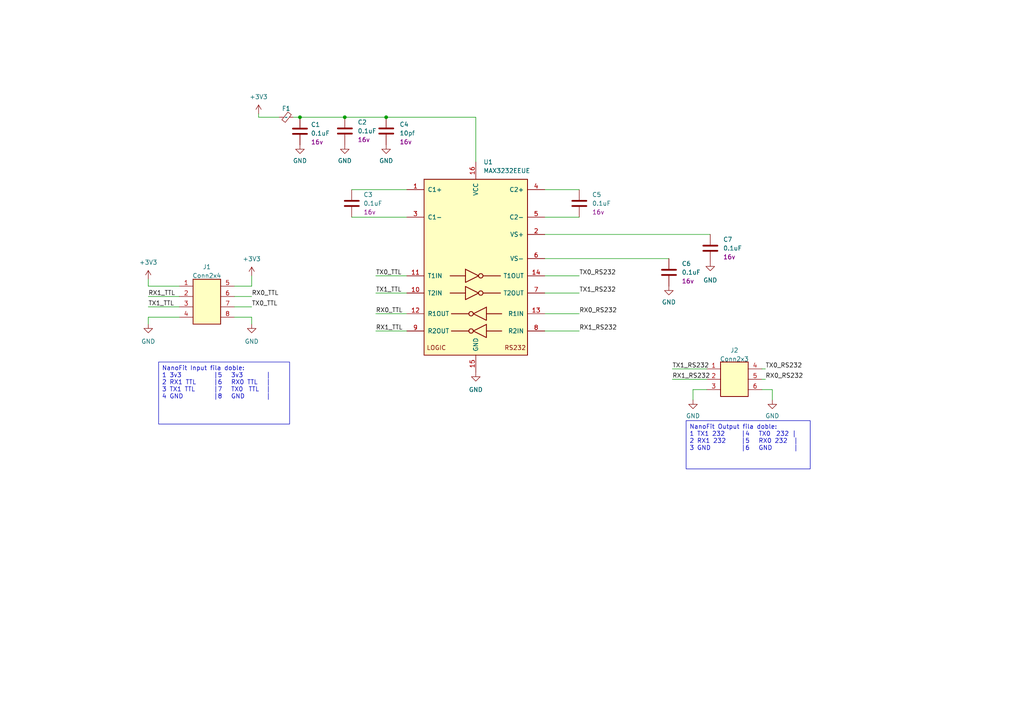
<source format=kicad_sch>
(kicad_sch (version 20230121) (generator eeschema)
  (paper "A4")
  (lib_symbols
    (symbol "Herranz - Capacitor (0402):Gen_C" (pin_numbers hide) (pin_names (offset 0) hide)
      (property "Reference" "C" (at 4 -7 0))
      (property "Value" "Gen_C" (at 6 -5 0))
      (property "Voltage" "Voltage" (at 7 -9 0))
      (symbol "Gen_C_0_1"
        (polyline (pts (xy -2 -6.75) (xy 2.064 -6.75)) (stroke (width 0.508)))
        (polyline (pts (xy -2 -5.25) (xy 2.064 -5.25)) (stroke (width 0.508)))
      )
      (symbol "Gen_C_1_1"
        (pin passive line (at 0 -2 270) (length 3) (name "~") (number "1"))
        (pin passive line (at 0 -10 90) (length 3) (name "~") (number "2"))
      )
    )
    (symbol "Herranz - Capacitor (0805):Gen_C" (pin_numbers hide) (pin_names (offset 0) hide)
      (property "Reference" "C" (at 4 -4 0))
      (property "Value" "Gen_C" (at 6 -2 0))
      (property "Voltage" "Voltage" (at 7 -6 0))
      (symbol "Gen_C_0_1"
        (polyline (pts (xy -2.032 -4.826) (xy 2.032 -4.826)) (stroke (width 0.508)))
        (polyline (pts (xy -2.032 -3.302) (xy 2.032 -3.302)) (stroke (width 0.508)))
      )
      (symbol "Gen_C_1_1"
        (pin passive line (at 0 0 270) (length 3) (name "~") (number "1"))
        (pin passive line (at 0 -8 90) (length 3) (name "~") (number "2"))
      )
    )
    (symbol "Herranz - Conn Molex:Conn2x3" (pin_names hide)
      (property "Reference" "J" (at 0 0 0))
      (property "Value" "Conn2x3" (at 0 0 0))
      (symbol "Conn2x3_1_1"
        (rectangle (start -4 -1) (end 4 -11) (stroke (width 0.254)) (fill (type background)))
        (pin passive line (at -8 -3 0) (length 4) (name "Pin_1") (number "1"))
        (pin passive line (at -8 -6 0) (length 4) (name "Pin_2") (number "2"))
        (pin passive line (at -8 -9 0) (length 4) (name "Pin_3") (number "3"))
        (pin passive line (at 8 -3 180) (length 4) (name "Pin_4") (number "4"))
        (pin passive line (at 8 -6 180) (length 4) (name "Pin_5") (number "5"))
        (pin passive line (at 8 -9 180) (length 4) (name "Pin_6") (number "6"))
      )
    )
    (symbol "Herranz - Conn Molex:Conn2x4" (pin_names hide)
      (property "Reference" "J" (at 0 0 0))
      (property "Value" "Conn2x4" (at 0 0 0))
      (symbol "Conn2x4_1_1"
        (rectangle (start -4 -1) (end 4 -14) (stroke (width 0.254)) (fill (type background)))
        (pin passive line (at -8 -3 0) (length 4) (name "Pin_1") (number "1"))
        (pin passive line (at -8 -6 0) (length 4) (name "Pin_2") (number "2"))
        (pin passive line (at -8 -9 0) (length 4) (name "Pin_3") (number "3"))
        (pin passive line (at -8 -12 0) (length 4) (name "Pin_4") (number "4"))
        (pin passive line (at 8 -3 180) (length 4) (name "Pin_5") (number "5"))
        (pin passive line (at 8 -6 180) (length 4) (name "Pin_6") (number "6"))
        (pin passive line (at 8 -9 180) (length 4) (name "Pin_7") (number "7"))
        (pin passive line (at 8 -12 180) (length 4) (name "Pin_8") (number "8"))
      )
    )
    (symbol "Herranz - Ferrite:Gen_F" (pin_numbers hide) (pin_names (offset 0) hide)
      (property "Reference" "F" (at 0 3 0))
      (symbol "Gen_F_0_1"
        (polyline (pts (xy -1.5 0) (xy -0.75 0)))
        (polyline (pts (xy 0.5 1.5) (xy 1.5 0.75) (xy -0.25 -1.5) (xy -1.25 -0.75) (xy 0.5 1.5)))
      )
      (symbol "Gen_F_1_1"
        (pin passive line (at -2 0 0) (length 1) (name "1") (number "1"))
        (pin passive line (at 2 0 180) (length 1) (name "2") (number "2"))
      )
    )
    (symbol "Herranz - ICs:MAX3232EEUE" (pin_names (offset 1.016))
      (property "Reference" "U" (at -11 29 0))
      (property "Value" "MAX3232EEUE" (at -4 27 0))
      (symbol "MAX3232EEUE_0_0"
        (text "LOGIC" (at -11.43 -22.86 0) (effects (font (size 1.27 1.27))))
        (text "RS232" (at 11.43 -22.86 0) (effects (font (size 1.27 1.27))))
      )
      (symbol "MAX3232EEUE_0_1"
        (rectangle (start -15 26) (end 15 -25) (stroke (width 0.254)) (fill (type background)))
        (circle (center -1.365 -18) (radius 0.635) (stroke (width 0.254)))
        (circle (center -1.365 -13) (radius 0.635) (stroke (width 0.254)))
        (polyline (pts (xy -3 -7) (xy -7.445 -7)) (stroke (width 0.254)))
        (polyline (pts (xy -3 -2) (xy -7.445 -2)) (stroke (width 0.254)))
        (polyline (pts (xy -2 -18) (xy -7.08 -18)) (stroke (width 0.254)))
        (polyline (pts (xy -2 -13) (xy -7.08 -13)) (stroke (width 0.254)))
        (polyline (pts (xy 2.08 -7) (xy 7.16 -7)) (stroke (width 0.254)))
        (polyline (pts (xy 2.08 -2) (xy 7.16 -2)) (stroke (width 0.254)))
        (polyline (pts (xy 3.08 -18) (xy 7.525 -18)) (stroke (width 0.254)))
        (polyline (pts (xy 3.08 -13) (xy 7.525 -13)) (stroke (width 0.254)))
        (polyline (pts (xy -3 -5.095) (xy -3 -8.905) (xy 0.81 -7) (xy -3 -5.095)) (stroke (width 0.254)))
        (polyline (pts (xy -3 -0.095) (xy -3 -3.905) (xy 0.81 -2) (xy -3 -0.095)) (stroke (width 0.254)))
        (polyline (pts (xy 3.08 -16.095) (xy 3.08 -19.905) (xy -0.73 -18) (xy 3.08 -16.095)) (stroke (width 0.254)))
        (polyline (pts (xy 3.08 -11.095) (xy 3.08 -14.905) (xy -0.73 -13) (xy 3.08 -11.095)) (stroke (width 0.254)))
        (circle (center 1.445 -7) (radius 0.635) (stroke (width 0.254)))
        (circle (center 1.445 -2) (radius 0.635) (stroke (width 0.254)))
      )
      (symbol "MAX3232EEUE_1_1"
        (pin passive line (at -20 23 0) (length 5) (name "C1+") (number "1"))
        (pin passive line (at -20 -7 0) (length 5) (name "T2IN") (number "10"))
        (pin passive line (at -20 -2 0) (length 5) (name "T1IN") (number "11"))
        (pin passive line (at -20 -13 0) (length 5) (name "R1OUT") (number "12"))
        (pin passive line (at 20 -13 180) (length 5) (name "R1IN") (number "13"))
        (pin passive line (at 20 -2 180) (length 5) (name "T1OUT") (number "14"))
        (pin passive line (at 0 -30 90) (length 5) (name "GND") (number "15"))
        (pin passive line (at 0 31 270) (length 5) (name "VCC") (number "16"))
        (pin passive line (at 20 10 180) (length 5) (name "VS+") (number "2"))
        (pin passive line (at -20 15 0) (length 5) (name "C1-") (number "3"))
        (pin passive line (at 20 23 180) (length 5) (name "C2+") (number "4"))
        (pin passive line (at 20 15 180) (length 5) (name "C2-") (number "5"))
        (pin passive line (at 20 3 180) (length 5) (name "VS-") (number "6"))
        (pin passive line (at 20 -7 180) (length 5) (name "T2OUT") (number "7"))
        (pin passive line (at 20 -18 180) (length 5) (name "R2IN") (number "8"))
        (pin passive line (at -20 -18 0) (length 5) (name "R2OUT") (number "9"))
      )
    )
    (symbol "power:+3V3" (power) (pin_names (offset 0))
      (property "Value" "+3V3" (at 0 3.556 0))
      (symbol "+3V3_0_1"
        (polyline (pts (xy -0.762 1.27) (xy 0 2.54)))
        (polyline (pts (xy 0 0) (xy 0 2.54)))
        (polyline (pts (xy 0 2.54) (xy 0.762 1.27)))
      )
      (symbol "+3V3_1_1"
        (pin power_in line (at 0 0 90) (length 0) hide (name "+3V3") (number "1"))
      )
    )
    (symbol "power:GND" (power) (pin_names (offset 0))
      (property "Value" "GND" (at 0 -3.81 0))
      (symbol "GND_0_1"
        (polyline (pts (xy 0 0) (xy 0 -1.27) (xy 1.27 -1.27) (xy 0 -2.54) (xy -1.27 -1.27) (xy 0 -1.27)))
      )
      (symbol "GND_1_1"
        (pin power_in line (at 0 0 270) (length 0) hide (name "GND") (number "1"))
      )
    )
  )
  (junction (at 112 34))
  (junction (at 100 34))
  (junction (at 87 34))
  (wire (pts (xy 158 85) (xy 168 85)))
  (wire (pts (xy 195 110) (xy 205 110)))
  (wire (pts (xy 43 83) (xy 52 83)))
  (wire (pts (xy 102 63) (xy 118 63)))
  (wire (pts (xy 43 86) (xy 52 86)))
  (wire (pts (xy 201 113) (xy 205 113)))
  (wire (pts (xy 43 89) (xy 52 89)))
  (wire (pts (xy 43 81) (xy 43 83)))
  (wire (pts (xy 112 34) (xy 100 34)))
  (wire (pts (xy 112 34) (xy 138 34)))
  (wire (pts (xy 73 92) (xy 68 92)))
  (wire (pts (xy 109 80) (xy 118 80)))
  (wire (pts (xy 85 34) (xy 87 34)))
  (wire (pts (xy 75 34) (xy 81 34)))
  (wire (pts (xy 109 96) (xy 118 96)))
  (wire (pts (xy 75 33) (xy 75 34)))
  (wire (pts (xy 68 86) (xy 73 86)))
  (wire (pts (xy 109 85) (xy 118 85)))
  (wire (pts (xy 73 80) (xy 73 83)))
  (wire (pts (xy 224 116) (xy 224 113)))
  (wire (pts (xy 43 94) (xy 43 92)))
  (wire (pts (xy 158 55) (xy 168 55)))
  (wire (pts (xy 158 96) (xy 168 96)))
  (wire (pts (xy 158 63) (xy 168 63)))
  (wire (pts (xy 158 80) (xy 168 80)))
  (wire (pts (xy 102 55) (xy 118 55)))
  (wire (pts (xy 221 110) (xy 222 110)))
  (wire (pts (xy 43 92) (xy 52 92)))
  (wire (pts (xy 158 68) (xy 206 68)))
  (wire (pts (xy 138 34) (xy 138 47)))
  (wire (pts (xy 73 94) (xy 73 92)))
  (wire (pts (xy 224 113) (xy 221 113)))
  (wire (pts (xy 201 116) (xy 201 113)))
  (wire (pts (xy 68 89) (xy 73 89)))
  (wire (pts (xy 195 107) (xy 205 107)))
  (wire (pts (xy 158 75) (xy 194 75)))
  (wire (pts (xy 158 91) (xy 168 91)))
  (wire (pts (xy 73 83) (xy 68 83)))
  (wire (pts (xy 221 107) (xy 222 107)))
  (wire (pts (xy 109 91) (xy 118 91)))
  (wire (pts (xy 87 34) (xy 100 34)))
  (text_box "NanoFit Output fila doble:\n1 TX1 232	|4	TX0	232 |\n2 RX1 232	|5	RX0 232	|\n3 GND		|6	GND		|\n	  " (at 199 122 0) (size 36 14) (effects (font (size 1.27 1.27)) (justify left top)))
  (text_box "NanoFit Input fila doble:\n1 3v3		|5	3v3		|\n2 RX1 TTL	|6	RX0 TTL	|\n3 TX1 TTL	|7	TX0	TTL	|\n4 GND		|8	GND		|	  " (at 46 105 0) (size 38 18) (effects (font (size 1.27 1.27)) (justify left top)))
  (label "RX1_RS232" (at 168 96 0))
  (label "RX0_TTL" (at 73 86 0))
  (label "TX0_TTL" (at 73 89 0))
  (label "TX1_RS232" (at 168 85 0))
  (label "TX1_TTL" (at 109 85 0))
  (label "RX0_RS232" (at 168 91 0))
  (label "TX0_RS232" (at 168 80 0))
  (label "TX0_TTL" (at 109 80 0))
  (label "RX1_TTL" (at 109 96 0))
  (label "TX1_RS232" (at 195 107 0))
  (label "RX0_TTL" (at 109 91 0))
  (label "RX0_RS232" (at 222 110 0))
  (label "TX0_RS232" (at 222 107 0))
  (label "TX1_TTL" (at 43 89 0))
  (label "RX1_TTL" (at 43 86 0))
  (label "RX1_RS232" (at 195 110 0))
  (symbol (lib_id "power:GND") (at 206 76 0) (unit 1)
    (property "Reference" "#PWR012" (effects hide))
    (property "Value" "GND" (at 206 81.28 0))
  )
  (symbol (lib_id "power:+3V3") (at 75 33 0) (unit 1)
    (property "Reference" "#PWR05" (effects hide))
    (property "Value" "+3V3" (at 75 28.1 0))
  )
  (symbol (lib_id "Herranz - Capacitor (0402):Gen_C") (at 194 73 0) (unit 1)
    (property "Reference" "C6" (at 197.72 76.46 0) (effects (justify left)))
    (property "Value" "0.1uF" (at 197.72 79 0) (effects (justify left)))
    (property "Footprint" "Capacitor_SMD:C_0402_1005Metric" (effects hide))
    (property "Voltage" "16v" (at 197.72 81.54 0) (effects (justify left)))
  )
  (symbol (lib_id "Herranz - Capacitor (0402):Gen_C") (at 168 53 0) (unit 1)
    (property "Reference" "C5" (at 171.72 56.46 0) (effects (justify left)))
    (property "Value" "0.1uF" (at 171.72 59 0) (effects (justify left)))
    (property "Footprint" "Capacitor_SMD:C_0402_1005Metric" (effects hide))
    (property "Voltage" "16v" (at 171.72 61.54 0) (effects (justify left)))
  )
  (symbol (lib_id "power:GND") (at 43 94 0) (unit 1)
    (property "Reference" "#PWR02" (effects hide))
    (property "Value" "GND" (at 43 99.03 0))
  )
  (symbol (lib_id "Herranz - Capacitor (0402):Gen_C") (at 206 66 0) (unit 1)
    (property "Reference" "C7" (at 209.72 69.46 0) (effects (justify left)))
    (property "Value" "0.1uF" (at 209.72 72 0) (effects (justify left)))
    (property "Footprint" "Capacitor_SMD:C_0402_1005Metric" (effects hide))
    (property "Voltage" "16v" (at 209.72 74.54 0) (effects (justify left)))
  )
  (symbol (lib_id "Herranz - Capacitor (0402):Gen_C") (at 112 32 0) (unit 1)
    (property "Reference" "C4" (at 115.87 36.095 0) (effects (justify left)))
    (property "Value" "10pf" (at 115.87 38.635 0) (effects (justify left)))
    (property "Footprint" "Capacitor_SMD:C_0402_1005Metric" (effects hide))
    (property "Voltage" "16v" (at 115.87 41.175 0) (effects (justify left)))
  )
  (symbol (lib_id "power:GND") (at 87 42 0) (unit 1)
    (property "Reference" "#PWR06" (effects hide))
    (property "Value" "GND" (at 87 46.63 0))
  )
  (symbol (lib_id "power:GND") (at 194 83 0) (unit 1)
    (property "Reference" "#PWR010" (effects hide))
    (property "Value" "GND" (at 194 87.63 0))
  )
  (symbol (lib_id "Herranz - Capacitor (0402):Gen_C") (at 102 53 0) (unit 1)
    (property "Reference" "C3" (at 105.41 56.46 0) (effects (justify left)))
    (property "Value" "0.1uF" (at 105.41 59 0) (effects (justify left)))
    (property "Footprint" "Capacitor_SMD:C_0402_1005Metric" (effects hide))
    (property "Voltage" "16v" (at 105.41 61.54 0) (effects (justify left)))
  )
  (symbol (lib_id "power:GND") (at 100 42 0) (unit 1)
    (property "Reference" "#PWR07" (effects hide))
    (property "Value" "GND" (at 100 46.63 0))
  )
  (symbol (lib_id "Herranz - Conn Molex:Conn2x3") (at 213 104 0) (unit 1)
    (property "Reference" "J2" (at 213 101.6 0))
    (property "Value" "Conn2x3" (at 213 104.14 0))
    (property "Footprint" "Herranz - Conn Molex:Molex_Nano-Fit_105314-xx06_2x03_P2.50mm_Horizontal" (effects hide))
    (property "MPN" "1053141106" (effects hide))
  )
  (symbol (lib_id "Herranz - Conn Molex:Conn2x4") (at 60 80 0) (unit 1)
    (property "Reference" "J1" (at 60 77.41 0))
    (property "Value" "Conn2x4" (at 60 79.95 0))
    (property "Footprint" "Herranz - Conn Molex:Molex_Nano-Fit_105314-xx08_2x04_P2.50mm_Horizontal" (effects hide))
  )
  (symbol (lib_id "power:GND") (at 138 108 0) (unit 1)
    (property "Reference" "#PWR09" (effects hide))
    (property "Value" "GND" (at 138 113.03 0))
  )
  (symbol (lib_id "power:+3V3") (at 43 81 0) (unit 1)
    (property "Reference" "#PWR01" (effects hide))
    (property "Value" "+3V3" (at 43 76.1 0))
  )
  (symbol (lib_id "power:GND") (at 224 116 0) (unit 1)
    (property "Reference" "#PWR013" (effects hide))
    (property "Value" "GND" (at 224 120.63 0))
  )
  (symbol (lib_id "Herranz - Capacitor (0805):Gen_C") (at 87 34 0) (unit 1)
    (property "Reference" "C1" (at 90.17 36.135 0) (effects (justify left)))
    (property "Value" "0.1uF" (at 90.17 38.675 0) (effects (justify left)))
    (property "Footprint" "Capacitor_SMD:C_0805_2012Metric" (effects hide))
    (property "Voltage" "16v" (at 90.17 41.215 0) (effects (justify left)))
  )
  (symbol (lib_id "power:GND") (at 201 116 0) (unit 1)
    (property "Reference" "#PWR011" (effects hide))
    (property "Value" "GND" (at 201 120.63 0))
  )
  (symbol (lib_id "power:GND") (at 73 94 0) (unit 1)
    (property "Reference" "#PWR04" (effects hide))
    (property "Value" "GND" (at 73 99.03 0))
  )
  (symbol (lib_id "Herranz - Ferrite:Gen_F") (at 83 34 0) (unit 1)
    (property "Reference" "F1" (at 83 31.48 0))
    (property "Value" "~" (at 83 34 0))
    (property "Footprint" "Inductor_SMD:L_0402_1005Metric_Pad0.77x0.64mm_HandSolder" (effects hide))
  )
  (symbol (lib_id "Herranz - ICs:MAX3232EEUE") (at 138 78 0) (unit 1)
    (property "Reference" "U1" (at 140.1941 46.99 0) (effects (justify left)))
    (property "Value" "MAX3232EEUE" (at 140.1941 49.53 0) (effects (justify left)))
    (property "Footprint" "Herranz - IC:SOP65P640X110-16N" (effects hide))
  )
  (symbol (lib_id "Herranz - Capacitor (0402):Gen_C") (at 100 32 0) (unit 1)
    (property "Reference" "C2" (at 103.72 35.46 0) (effects (justify left)))
    (property "Value" "0.1uF" (at 103.72 38 0) (effects (justify left)))
    (property "Footprint" "Capacitor_SMD:C_0402_1005Metric" (effects hide))
    (property "Voltage" "16v" (at 103.72 40.54 0) (effects (justify left)))
  )
  (symbol (lib_id "power:GND") (at 112 42 0) (unit 1)
    (property "Reference" "#PWR08" (effects hide))
    (property "Value" "GND" (at 112 46.63 0))
  )
  (symbol (lib_id "power:+3V3") (at 73 80 0) (unit 1)
    (property "Reference" "#PWR03" (effects hide))
    (property "Value" "+3V3" (at 73 75.1 0))
  )
)
</source>
